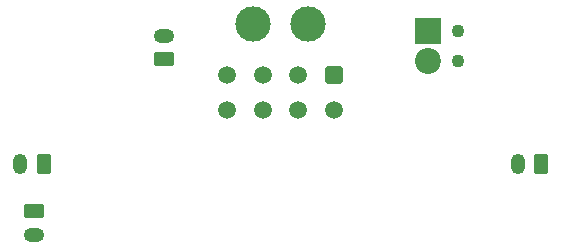
<source format=gbr>
%TF.GenerationSoftware,KiCad,Pcbnew,(6.0.0)*%
%TF.CreationDate,2023-10-09T13:50:17-07:00*%
%TF.ProjectId,minisb_bowden,6d696e69-7362-45f6-926f-7764656e2e6b,rev?*%
%TF.SameCoordinates,Original*%
%TF.FileFunction,Soldermask,Top*%
%TF.FilePolarity,Negative*%
%FSLAX46Y46*%
G04 Gerber Fmt 4.6, Leading zero omitted, Abs format (unit mm)*
G04 Created by KiCad (PCBNEW (6.0.0)) date 2023-10-09 13:50:17*
%MOMM*%
%LPD*%
G01*
G04 APERTURE LIST*
G04 Aperture macros list*
%AMRoundRect*
0 Rectangle with rounded corners*
0 $1 Rounding radius*
0 $2 $3 $4 $5 $6 $7 $8 $9 X,Y pos of 4 corners*
0 Add a 4 corners polygon primitive as box body*
4,1,4,$2,$3,$4,$5,$6,$7,$8,$9,$2,$3,0*
0 Add four circle primitives for the rounded corners*
1,1,$1+$1,$2,$3*
1,1,$1+$1,$4,$5*
1,1,$1+$1,$6,$7*
1,1,$1+$1,$8,$9*
0 Add four rect primitives between the rounded corners*
20,1,$1+$1,$2,$3,$4,$5,0*
20,1,$1+$1,$4,$5,$6,$7,0*
20,1,$1+$1,$6,$7,$8,$9,0*
20,1,$1+$1,$8,$9,$2,$3,0*%
G04 Aperture macros list end*
%ADD10RoundRect,0.250000X-0.625000X0.350000X-0.625000X-0.350000X0.625000X-0.350000X0.625000X0.350000X0*%
%ADD11O,1.750000X1.200000*%
%ADD12C,1.100000*%
%ADD13R,2.200000X2.200000*%
%ADD14C,2.200000*%
%ADD15RoundRect,0.250000X0.625000X-0.350000X0.625000X0.350000X-0.625000X0.350000X-0.625000X-0.350000X0*%
%ADD16C,3.000000*%
%ADD17RoundRect,0.250000X0.500000X0.500000X-0.500000X0.500000X-0.500000X-0.500000X0.500000X-0.500000X0*%
%ADD18C,1.500000*%
%ADD19RoundRect,0.250000X0.350000X0.625000X-0.350000X0.625000X-0.350000X-0.625000X0.350000X-0.625000X0*%
%ADD20O,1.200000X1.750000*%
G04 APERTURE END LIST*
D10*
%TO.C,HEF*%
X104960000Y-101580000D03*
D11*
X104960000Y-103580000D03*
%TD*%
D12*
%TO.C,HE0*%
X140850000Y-86320000D03*
X140850000Y-88860000D03*
D13*
X138310000Y-86320000D03*
D14*
X138310000Y-88860000D03*
%TD*%
D15*
%TO.C,TH0*%
X116000000Y-88710000D03*
D11*
X116000000Y-86710000D03*
%TD*%
D16*
%TO.C,MCU*%
X123492500Y-85680000D03*
X128192500Y-85680000D03*
D17*
X130352500Y-90000000D03*
D18*
X127352500Y-90000000D03*
X124352500Y-90000000D03*
X121352500Y-90000000D03*
X130352500Y-93000000D03*
X127352500Y-93000000D03*
X124352500Y-93000000D03*
X121352500Y-93000000D03*
%TD*%
D19*
%TO.C,PCF*%
X147950000Y-97540000D03*
X147950000Y-97540000D03*
D20*
X145950000Y-97540000D03*
X145950000Y-97540000D03*
%TD*%
D19*
%TO.C,PCF*%
X105840000Y-97540000D03*
D20*
X103840000Y-97540000D03*
%TD*%
M02*

</source>
